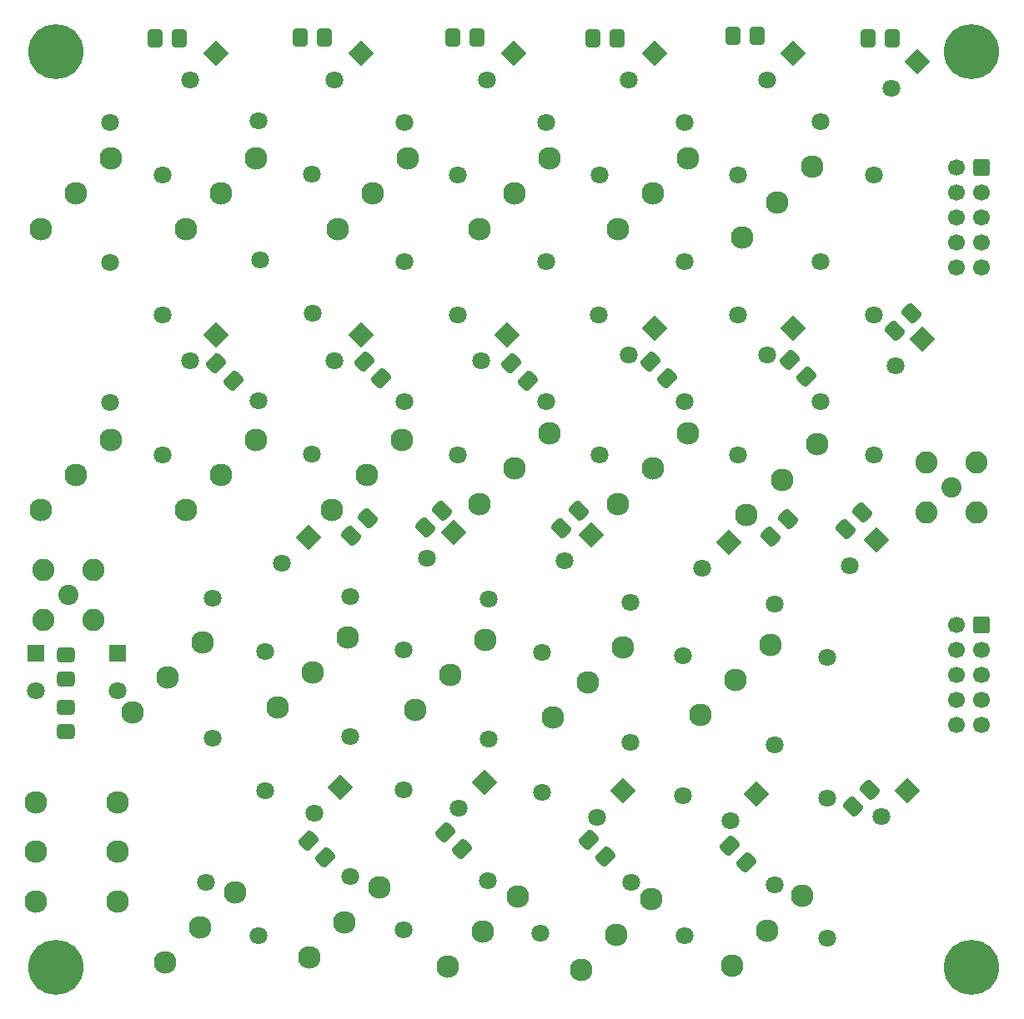
<source format=gbr>
%TF.GenerationSoftware,KiCad,Pcbnew,8.0.3*%
%TF.CreationDate,2024-07-11T18:12:52-04:00*%
%TF.ProjectId,K9HZ_100W_11band_LPF-Filter,4b39485a-5f31-4303-9057-5f313162616e,rev?*%
%TF.SameCoordinates,Original*%
%TF.FileFunction,Soldermask,Top*%
%TF.FilePolarity,Negative*%
%FSLAX46Y46*%
G04 Gerber Fmt 4.6, Leading zero omitted, Abs format (unit mm)*
G04 Created by KiCad (PCBNEW 8.0.3) date 2024-07-11 18:12:52*
%MOMM*%
%LPD*%
G01*
G04 APERTURE LIST*
G04 Aperture macros list*
%AMRoundRect*
0 Rectangle with rounded corners*
0 $1 Rounding radius*
0 $2 $3 $4 $5 $6 $7 $8 $9 X,Y pos of 4 corners*
0 Add a 4 corners polygon primitive as box body*
4,1,4,$2,$3,$4,$5,$6,$7,$8,$9,$2,$3,0*
0 Add four circle primitives for the rounded corners*
1,1,$1+$1,$2,$3*
1,1,$1+$1,$4,$5*
1,1,$1+$1,$6,$7*
1,1,$1+$1,$8,$9*
0 Add four rect primitives between the rounded corners*
20,1,$1+$1,$2,$3,$4,$5,0*
20,1,$1+$1,$4,$5,$6,$7,0*
20,1,$1+$1,$6,$7,$8,$9,0*
20,1,$1+$1,$8,$9,$2,$3,0*%
%AMRotRect*
0 Rectangle, with rotation*
0 The origin of the aperture is its center*
0 $1 length*
0 $2 width*
0 $3 Rotation angle, in degrees counterclockwise*
0 Add horizontal line*
21,1,$1,$2,0,0,$3*%
G04 Aperture macros list end*
%ADD10C,5.600000*%
%ADD11RoundRect,0.336956X0.563044X-0.438044X0.563044X0.438044X-0.563044X0.438044X-0.563044X-0.438044X0*%
%ADD12RoundRect,0.336956X-0.563044X0.438044X-0.563044X-0.438044X0.563044X-0.438044X0.563044X0.438044X0*%
%ADD13RoundRect,0.336956X0.088388X-0.707876X0.707876X-0.088388X-0.088388X0.707876X-0.707876X0.088388X0*%
%ADD14RoundRect,0.336956X-0.707876X-0.088388X-0.088388X-0.707876X0.707876X0.088388X0.088388X0.707876X0*%
%ADD15RoundRect,0.336956X0.438044X0.563044X-0.438044X0.563044X-0.438044X-0.563044X0.438044X-0.563044X0*%
%ADD16C,1.800000*%
%ADD17C,2.050000*%
%ADD18C,2.250000*%
%ADD19C,2.300000*%
%ADD20R,1.800000X1.800000*%
%ADD21RotRect,1.800000X1.800000X135.000000*%
%ADD22RoundRect,0.250000X0.600000X0.600000X-0.600000X0.600000X-0.600000X-0.600000X0.600000X-0.600000X0*%
%ADD23C,1.700000*%
G04 APERTURE END LIST*
D10*
%TO.C,H4*%
X265200000Y-45800000D03*
%TD*%
%TO.C,H3*%
X172200000Y-45800000D03*
%TD*%
%TO.C,H2*%
X265200000Y-138800000D03*
%TD*%
%TO.C,H1*%
X172200000Y-138800000D03*
%TD*%
D11*
%TO.C,C106*%
X173188909Y-114862923D03*
X173188909Y-112412923D03*
%TD*%
D12*
%TO.C,C105*%
X173188909Y-107078923D03*
X173188909Y-109528923D03*
%TD*%
D13*
%TO.C,C99*%
X253125065Y-122492818D03*
X254857477Y-120760406D03*
%TD*%
%TO.C,C98*%
X252363065Y-94298818D03*
X254095477Y-92566406D03*
%TD*%
D14*
%TO.C,C90*%
X240609410Y-126436112D03*
X242341822Y-128168524D03*
%TD*%
D13*
%TO.C,C89*%
X244767588Y-95032412D03*
X246500000Y-93300000D03*
%TD*%
D14*
%TO.C,C83*%
X226297703Y-125852717D03*
X228030115Y-127585129D03*
%TD*%
D13*
%TO.C,C82*%
X223533794Y-94166206D03*
X225266206Y-92433794D03*
%TD*%
D14*
%TO.C,C76*%
X211723065Y-125078406D03*
X213455477Y-126810818D03*
%TD*%
D13*
%TO.C,C75*%
X202167588Y-94932412D03*
X203900000Y-93200000D03*
%TD*%
D14*
%TO.C,C65*%
X197833794Y-125933794D03*
X199566206Y-127666206D03*
%TD*%
D13*
%TO.C,C64*%
X209667588Y-94132412D03*
X211400000Y-92400000D03*
%TD*%
%TO.C,C58*%
X257355358Y-74113839D03*
X259087770Y-72381427D03*
%TD*%
D15*
%TO.C,C57*%
X257125000Y-44400000D03*
X254675000Y-44400000D03*
%TD*%
D14*
%TO.C,C49*%
X246667588Y-77067588D03*
X248400000Y-78800000D03*
%TD*%
D15*
%TO.C,C48*%
X243425000Y-44200000D03*
X240975000Y-44200000D03*
%TD*%
D14*
%TO.C,C38*%
X232569703Y-77238700D03*
X234302115Y-78971112D03*
%TD*%
D15*
%TO.C,C37*%
X229200000Y-44400000D03*
X226750000Y-44400000D03*
%TD*%
D14*
%TO.C,C26*%
X218423703Y-77465717D03*
X220156115Y-79198129D03*
%TD*%
D15*
%TO.C,C25*%
X214925000Y-44300000D03*
X212475000Y-44300000D03*
%TD*%
D14*
%TO.C,C14*%
X203495959Y-77238700D03*
X205228371Y-78971112D03*
%TD*%
D15*
%TO.C,C13*%
X199500000Y-44300000D03*
X197050000Y-44300000D03*
%TD*%
%TO.C,C1*%
X182250000Y-44400000D03*
X184700000Y-44400000D03*
%TD*%
D14*
%TO.C,C2*%
X188490794Y-77465717D03*
X190223206Y-79198129D03*
%TD*%
D16*
%TO.C,L21*%
X187405923Y-130205923D03*
X192794077Y-135594077D03*
%TD*%
%TO.C,L23*%
X202090755Y-115361769D03*
X207478909Y-120749923D03*
%TD*%
%TO.C,L33*%
X245170832Y-130474769D03*
X250558986Y-135862923D03*
%TD*%
%TO.C,L29*%
X230496177Y-115957475D03*
X235884331Y-121345629D03*
%TD*%
%TO.C,L12*%
X221983986Y-81352846D03*
X227372140Y-86741000D03*
%TD*%
%TO.C,L9*%
X207632986Y-81352846D03*
X213021140Y-86741000D03*
%TD*%
D17*
%TO.C,J1*%
X173442909Y-100937923D03*
D18*
X170902909Y-98397923D03*
X170902909Y-103477923D03*
X175982909Y-98397923D03*
X175982909Y-103477923D03*
%TD*%
D16*
%TO.C,L3*%
X177673000Y-81379923D03*
X183061154Y-86768077D03*
%TD*%
%TO.C,L8*%
X207620909Y-67128846D03*
X213009063Y-72517000D03*
%TD*%
%TO.C,L4*%
X192805259Y-52832000D03*
X198193413Y-58220154D03*
%TD*%
D17*
%TO.C,J2*%
X263104909Y-90015923D03*
D18*
X260564909Y-87475923D03*
X260564909Y-92555923D03*
X265644909Y-87475923D03*
X265644909Y-92555923D03*
%TD*%
D16*
%TO.C,L13*%
X236050624Y-52931923D03*
X241438778Y-58320077D03*
%TD*%
%TO.C,L1*%
X177673000Y-52931923D03*
X183061154Y-58320077D03*
%TD*%
D19*
%TO.C,K24*%
X178460400Y-127050800D03*
X178460400Y-122010800D03*
X178460400Y-132090800D03*
D20*
X178460400Y-106890800D03*
D16*
X178460400Y-110670800D03*
%TD*%
%TO.C,L14*%
X236050624Y-67128846D03*
X241438778Y-72517000D03*
%TD*%
%TO.C,L7*%
X207632986Y-52931923D03*
X213021140Y-58320077D03*
%TD*%
%TO.C,L28*%
X230496177Y-101760552D03*
X235884331Y-107148706D03*
%TD*%
%TO.C,L5*%
X192920182Y-66929000D03*
X198308336Y-72317154D03*
%TD*%
%TO.C,L22*%
X202102832Y-101164846D03*
X207490986Y-106553000D03*
%TD*%
%TO.C,L32*%
X245158755Y-116250769D03*
X250546909Y-121638923D03*
%TD*%
%TO.C,L19*%
X188102470Y-101304157D03*
X193490624Y-106692311D03*
%TD*%
%TO.C,L2*%
X177673000Y-67148000D03*
X183061154Y-72536154D03*
%TD*%
%TO.C,L30*%
X230611846Y-130181475D03*
X236000000Y-135569629D03*
%TD*%
%TO.C,L16*%
X249866547Y-52900650D03*
X255254701Y-58288804D03*
%TD*%
%TO.C,L18*%
X249866547Y-81321573D03*
X255254701Y-86709727D03*
%TD*%
%TO.C,L10*%
X221983986Y-52931923D03*
X227372140Y-58320077D03*
%TD*%
%TO.C,L27*%
X216030393Y-129979080D03*
X221418547Y-135367234D03*
%TD*%
%TO.C,L25*%
X216169470Y-101431157D03*
X221557624Y-106819311D03*
%TD*%
%TO.C,L11*%
X221971909Y-67128846D03*
X227360063Y-72517000D03*
%TD*%
%TO.C,L20*%
X188102470Y-115501080D03*
X193490624Y-120889234D03*
%TD*%
%TO.C,L6*%
X192805259Y-81280000D03*
X198193413Y-86668154D03*
%TD*%
%TO.C,L17*%
X249866547Y-67097573D03*
X255254701Y-72485727D03*
%TD*%
%TO.C,L15*%
X236038547Y-81352846D03*
X241426701Y-86741000D03*
%TD*%
%TO.C,L24*%
X202105923Y-129605923D03*
X207494077Y-134994077D03*
%TD*%
%TO.C,L31*%
X245170832Y-101926846D03*
X250558986Y-107315000D03*
%TD*%
%TO.C,L26*%
X216157393Y-115628080D03*
X221545547Y-121016234D03*
%TD*%
D19*
%TO.C,K18*%
X215545274Y-135144507D03*
X219109092Y-131580689D03*
X211981456Y-138708325D03*
D21*
X229800547Y-120889234D03*
D16*
X227127683Y-123562098D03*
%TD*%
D19*
%TO.C,K16*%
X201478636Y-134243196D03*
X205042454Y-130679378D03*
X197914818Y-137807014D03*
D21*
X215733909Y-119987923D03*
D16*
X213061045Y-122660787D03*
%TD*%
D19*
%TO.C,K20*%
X229094981Y-135473902D03*
X232658799Y-131910084D03*
X225531163Y-139037720D03*
D21*
X243350254Y-121218629D03*
D16*
X240677390Y-123891493D03*
%TD*%
D19*
%TO.C,K9*%
X232817274Y-60202196D03*
X236381092Y-56638378D03*
X229253456Y-63766014D03*
D21*
X247072547Y-45946923D03*
D16*
X244399683Y-48619787D03*
%TD*%
D19*
%TO.C,K1*%
X174212727Y-60202196D03*
X177776545Y-56638378D03*
X170648909Y-63766014D03*
D21*
X188468000Y-45946923D03*
D16*
X185795136Y-48619787D03*
%TD*%
D19*
%TO.C,K12*%
X245904138Y-89248059D03*
X249467956Y-85684241D03*
X242340320Y-92811877D03*
D21*
X260159411Y-74992786D03*
D16*
X257486547Y-77665650D03*
%TD*%
D22*
%TO.C,J4*%
X266152909Y-103985923D03*
D23*
X263612909Y-103985923D03*
X266152909Y-106525923D03*
X263612909Y-106525923D03*
X266152909Y-109065923D03*
X263612909Y-109065923D03*
X266152909Y-111605923D03*
X263612909Y-111605923D03*
X266152909Y-114145923D03*
X263612909Y-114145923D03*
%TD*%
D19*
%TO.C,K8*%
X218750636Y-88142196D03*
X222314454Y-84578378D03*
X215186818Y-91706014D03*
D21*
X233005909Y-73886923D03*
D16*
X230333045Y-76559787D03*
%TD*%
D19*
%TO.C,K22*%
X244404636Y-135108741D03*
X247968454Y-131544923D03*
X240840818Y-138672559D03*
D21*
X258659909Y-120853468D03*
D16*
X255987045Y-123526332D03*
%TD*%
D19*
%TO.C,K2*%
X174212727Y-88777196D03*
X177776545Y-85213378D03*
X170648909Y-92341014D03*
D21*
X188468000Y-74521923D03*
D16*
X185795136Y-77194787D03*
%TD*%
D22*
%TO.C,J3*%
X266152909Y-57560000D03*
D23*
X263612909Y-57560000D03*
X266152909Y-60100000D03*
X263612909Y-60100000D03*
X266152909Y-62640000D03*
X263612909Y-62640000D03*
X266152909Y-65180000D03*
X263612909Y-65180000D03*
X266152909Y-67720000D03*
X263612909Y-67720000D03*
%TD*%
D19*
%TO.C,K17*%
X212273636Y-109097196D03*
X215837454Y-105533378D03*
X208709818Y-112661014D03*
D21*
X226528909Y-94841923D03*
D16*
X223856045Y-97514787D03*
%TD*%
D19*
%TO.C,K6*%
X203764636Y-88777196D03*
X207328454Y-85213378D03*
X200200818Y-92341014D03*
D21*
X218019909Y-74521923D03*
D16*
X215347045Y-77194787D03*
%TD*%
D19*
%TO.C,K23*%
X170154600Y-127050800D03*
X170154600Y-122010800D03*
X170154600Y-132090800D03*
D20*
X170154600Y-106890800D03*
D16*
X170154600Y-110670800D03*
%TD*%
D19*
%TO.C,K19*%
X226243636Y-109859196D03*
X229807454Y-106295378D03*
X222679818Y-113423014D03*
D21*
X240498909Y-95603923D03*
D16*
X237826045Y-98276787D03*
%TD*%
D19*
%TO.C,K3*%
X188936909Y-60202196D03*
X192500727Y-56638378D03*
X185373091Y-63766014D03*
D21*
X203192182Y-45946923D03*
D16*
X200519318Y-48619787D03*
%TD*%
D19*
%TO.C,K5*%
X204399636Y-60202196D03*
X207963454Y-56638378D03*
X200835818Y-63766014D03*
D21*
X218654909Y-45946923D03*
D16*
X215982045Y-48619787D03*
%TD*%
D19*
%TO.C,K10*%
X232817274Y-88142196D03*
X236381092Y-84578378D03*
X229253456Y-91706014D03*
D21*
X247072547Y-73886923D03*
D16*
X244399683Y-76559787D03*
%TD*%
D19*
%TO.C,K21*%
X241229636Y-109605196D03*
X244793454Y-106041378D03*
X237665818Y-113169014D03*
D21*
X255484909Y-95349923D03*
D16*
X252812045Y-98022787D03*
%TD*%
%TO.C,K11*%
X257027136Y-49472864D03*
D21*
X259700000Y-46800000D03*
D19*
X241880909Y-64619091D03*
X249008545Y-57491455D03*
X245444727Y-61055273D03*
%TD*%
%TO.C,K4*%
X188936909Y-88777196D03*
X192500727Y-85213378D03*
X185373091Y-92341014D03*
D21*
X203192182Y-74521923D03*
D16*
X200519318Y-77194787D03*
%TD*%
D19*
%TO.C,K14*%
X186843274Y-134763507D03*
X190407092Y-131199689D03*
X183279456Y-138327325D03*
D21*
X201098547Y-120508234D03*
D16*
X198425683Y-123181098D03*
%TD*%
D19*
%TO.C,K15*%
X198303636Y-108843196D03*
X201867454Y-105279378D03*
X194739818Y-112407014D03*
D21*
X212558909Y-94587923D03*
D16*
X209886045Y-97260787D03*
%TD*%
D19*
%TO.C,K13*%
X183571636Y-109351196D03*
X187135454Y-105787378D03*
X180007818Y-112915014D03*
D21*
X197826909Y-95095923D03*
D16*
X195154045Y-97768787D03*
%TD*%
D19*
%TO.C,K7*%
X218750636Y-60202196D03*
X222314454Y-56638378D03*
X215186818Y-63766014D03*
D21*
X233005909Y-45946923D03*
D16*
X230333045Y-48619787D03*
%TD*%
M02*

</source>
